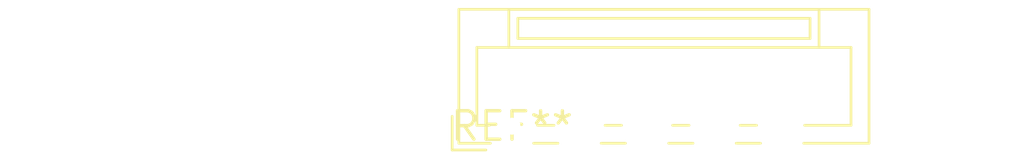
<source format=kicad_pcb>
(kicad_pcb (version 20240108) (generator pcbnew)
  (layers (0 "F.Cu" signal) (31 "B.Cu" signal) (34 "B.Paste" user) (35 "F.Paste" user) (36 "B.SilkS" user "B.Silkscreen") (37 "F.SilkS" user "F.Silkscreen") (38 "B.Mask" user) (39 "F.Mask" user) (44 "Edge.Cuts" user))
  (net 0 "")
  (footprint "JST_ZE_B10B-ZESK-D_1x10_P1.50mm_Vertical" (layer "F.Cu") (at 0 0)
    (property "Reference" "REF**")
    (property "Value" "JST_ZE_B10B-ZESK-D_1x10_P1.50mm_Vertical")
    (fp_line (start -2.66 -0.44) (end -2.66 1.06) (layer "F.SilkS") (stroke (width 0.12)))
    (fp_line (start -2.66 1.06) (end -1.16 1.06) (layer "F.SilkS") (stroke (width 0.12)))
    (fp_line (start -2.36 -5.21) (end 15.86 -5.21) (layer "F.SilkS") (stroke (width 0.12)))
    (fp_line (start -2.36 0.76) (end -2.36 -5.21) (layer "F.SilkS") (stroke (width 0.12)))
    (fp_line (start -1.56 -3.51) (end -1.56 -0.04) (layer "F.SilkS") (stroke (width 0.12)))
    (fp_line (start -1.56 -0.04) (end -1 -0.04) (layer "F.SilkS") (stroke (width 0.12)))
    (fp_line (start -0.96 0.76) (end -2.36 0.76) (layer "F.SilkS") (stroke (width 0.12)))
    (fp_line (start -0.14 -5.21) (end -0.14 -3.51) (layer "F.SilkS") (stroke (width 0.12)))
    (fp_line (start -0.14 -3.51) (end -1.56 -3.51) (layer "F.SilkS") (stroke (width 0.12)))
    (fp_line (start -0.14 -3.51) (end 13.64 -3.51) (layer "F.SilkS") (stroke (width 0.12)))
    (fp_line (start 0.26 -4.81) (end 0.26 -3.91) (layer "F.SilkS") (stroke (width 0.12)))
    (fp_line (start 0.26 -3.91) (end 13.24 -3.91) (layer "F.SilkS") (stroke (width 0.12)))
    (fp_line (start 0.96 0.76) (end 2.04 0.76) (layer "F.SilkS") (stroke (width 0.12)))
    (fp_line (start 1.135 -0.04) (end 1.865 -0.04) (layer "F.SilkS") (stroke (width 0.12)))
    (fp_line (start 3.96 0.76) (end 5.04 0.76) (layer "F.SilkS") (stroke (width 0.12)))
    (fp_line (start 4.135 -0.04) (end 4.865 -0.04) (layer "F.SilkS") (stroke (width 0.12)))
    (fp_line (start 6.96 0.76) (end 8.04 0.76) (layer "F.SilkS") (stroke (width 0.12)))
    (fp_line (start 7.135 -0.04) (end 7.865 -0.04) (layer "F.SilkS") (stroke (width 0.12)))
    (fp_line (start 9.96 0.76) (end 11.04 0.76) (layer "F.SilkS") (stroke (width 0.12)))
    (fp_line (start 10.135 -0.04) (end 10.865 -0.04) (layer "F.SilkS") (stroke (width 0.12)))
    (fp_line (start 13.24 -4.81) (end 0.26 -4.81) (layer "F.SilkS") (stroke (width 0.12)))
    (fp_line (start 13.24 -3.91) (end 13.24 -4.81) (layer "F.SilkS") (stroke (width 0.12)))
    (fp_line (start 13.64 -5.21) (end -0.14 -5.21) (layer "F.SilkS") (stroke (width 0.12)))
    (fp_line (start 13.64 -3.51) (end 13.64 -5.21) (layer "F.SilkS") (stroke (width 0.12)))
    (fp_line (start 13.64 -3.51) (end 15.06 -3.51) (layer "F.SilkS") (stroke (width 0.12)))
    (fp_line (start 15.06 -3.51) (end 15.06 -0.04) (layer "F.SilkS") (stroke (width 0.12)))
    (fp_line (start 15.06 -0.04) (end 13 -0.04) (layer "F.SilkS") (stroke (width 0.12)))
    (fp_line (start 15.86 -5.21) (end 15.86 0.76) (layer "F.SilkS") (stroke (width 0.12)))
    (fp_line (start 15.86 0.76) (end 12.96 0.76) (layer "F.SilkS") (stroke (width 0.12)))
    (pad "1" thru_hole custom (at 0 0) (size 1.117157 1.117157) (drill 0.75) (layers *.Cu *.Mask) (remove_unused_layers) (options (clearance outline) (anchor circle)) (primitives (gr_poly (pts (xy 0.45 -0.225) (xy 0.45 0.625) (xy -0.45 0.625) (xy -0.45 -0.625) (xy 0.05 -0.625)) (width 0.5) (fill yes))))
    (pad "2" thru_hole oval (at 1.5 -2) (size 1.4 1.75) (drill 0.75) (layers *.Cu *.Mask) (remove_unused_layers))
    (pad "3" thru_hole oval (at 3 0) (size 1.4 1.75) (drill 0.75) (layers *.Cu *.Mask) (remove_unused_layers))
    (pad "4" thru_hole oval (at 4.5 -2) (size 1.4 1.75) (drill 0.75) (layers *.Cu *.Mask) (remove_unused_layers))
    (pad "5" thru_hole oval (at 6 0) (size 1.4 1.75) (drill 0.75) (layers *.Cu *.Mask) (remove_unused_layers))
    (pad "6" thru_hole oval (at 7.5 -2) (size 1.4 1.75) (drill 0.75) (layers *.Cu *.Mask) (remove_unused_layers))
    (pad "7" thru_hole oval (at 9 0) (size 1.4 1.75) (drill 0.75) (layers *.Cu *.Mask) (remove_unused_layers))
    (pad "8" thru_hole oval (at 10.5 -2) (size 1.4 1.75) (drill 0.75) (layers *.Cu *.Mask) (remove_unused_layers))
    (pad "9" thru_hole oval (at 12 0) (size 1.4 1.75) (drill 0.75) (layers *.Cu *.Mask) (remove_unused_layers))
    (pad "10" thru_hole oval (at 13.5 -2) (size 1.4 1.75) (drill 0.75) (layers *.Cu *.Mask) (remove_unused_layers))
  )
)
</source>
